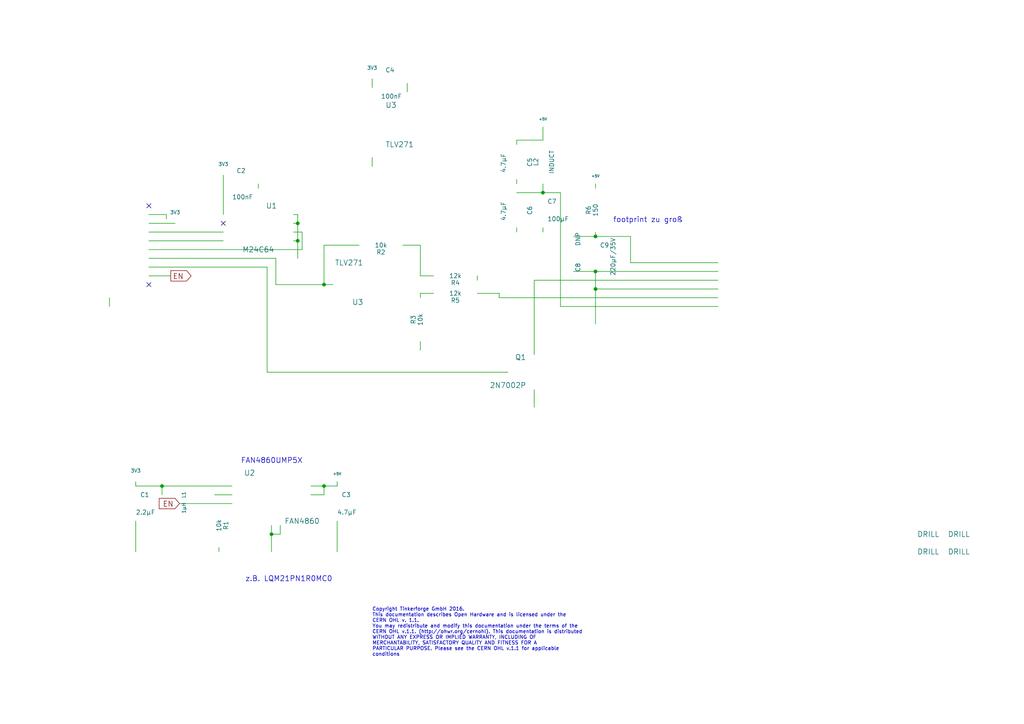
<source format=kicad_sch>
(kicad_sch (version 20230121) (generator eeschema)
  (paper "A4")
  (title_block (title "Dust Detector") (date "2016-03-04") (rev "1.1") (company "Tinkerforge GmbH") (comment 1 "Licensed under CERN OHL v.1.1") (comment 2 "Copyright (©) 2016, B.Nordmeyer <bastian@tinkerforge.com>"))
  (lib_symbols)
  (junction (at 93.98 140.97))
  (junction (at 78.74 154.94))
  (junction (at 172.72 83.82))
  (junction (at 46.99 140.97))
  (junction (at 172.72 78.74))
  (junction (at 86.36 69.85))
  (junction (at 93.98 82.55))
  (junction (at 157.48 55.88))
  (junction (at 172.72 68.58))
  (junction (at 86.36 64.77))
  (no_connect (at 64.77 64.77))
  (no_connect (at 43.18 59.69))
  (no_connect (at 43.18 82.55))
  (wire (pts (xy 90.17 140.97) (xy 93.98 140.97)))
  (wire (pts (xy 43.18 64.77) (xy 50.8 64.77)))
  (wire (pts (xy 172.72 54.61) (xy 172.72 53.34)))
  (wire (pts (xy 104.14 71.12) (xy 93.98 71.12)))
  (wire (pts (xy 62.23 143.51) (xy 67.31 143.51)))
  (wire (pts (xy 86.36 69.85) (xy 85.09 69.85)))
  (wire (pts (xy 87.63 72.39) (xy 43.18 72.39)))
  (wire (pts (xy 166.37 68.58) (xy 172.72 68.58)))
  (wire (pts (xy 144.78 86.36) (xy 144.78 85.09)))
  (wire (pts (xy 46.99 140.97) (xy 67.31 140.97)))
  (wire (pts (xy 149.86 66.04) (xy 149.86 67.31)))
  (wire (pts (xy 86.36 64.77) (xy 86.36 69.85)))
  (wire (pts (xy 77.47 107.95) (xy 77.47 77.47)))
  (wire (pts (xy 125.73 80.01) (xy 121.92 80.01)))
  (wire (pts (xy 39.37 140.97) (xy 46.99 140.97)))
  (wire (pts (xy 154.94 81.28) (xy 154.94 102.87)))
  (wire (pts (xy 121.92 85.09) (xy 121.92 86.36)))
  (wire (pts (xy 172.72 78.74) (xy 172.72 83.82)))
  (wire (pts (xy 166.37 78.74) (xy 172.72 78.74)))
  (wire (pts (xy 121.92 71.12) (xy 116.84 71.12)))
  (wire (pts (xy 64.77 50.8) (xy 64.77 62.23)))
  (wire (pts (xy 39.37 140.97) (xy 39.37 139.7)))
  (wire (pts (xy 144.78 85.09) (xy 138.43 85.09)))
  (wire (pts (xy 81.28 152.4) (xy 81.28 154.94)))
  (wire (pts (xy 125.73 85.09) (xy 121.92 85.09)))
  (wire (pts (xy 157.48 36.83) (xy 157.48 40.64)))
  (wire (pts (xy 86.36 69.85) (xy 86.36 74.93)))
  (wire (pts (xy 85.09 67.31) (xy 87.63 67.31)))
  (wire (pts (xy 97.79 140.97) (xy 97.79 139.7)))
  (wire (pts (xy 52.07 146.05) (xy 67.31 146.05)))
  (wire (pts (xy 78.74 152.4) (xy 78.74 154.94)))
  (wire (pts (xy 157.48 55.88) (xy 149.86 55.88)))
  (wire (pts (xy 162.56 88.9) (xy 162.56 55.88)))
  (wire (pts (xy 157.48 67.31) (xy 157.48 66.04)))
  (wire (pts (xy 48.26 62.23) (xy 48.26 63.5)))
  (wire (pts (xy 46.99 140.97) (xy 46.99 143.51)))
  (wire (pts (xy 118.11 26.67) (xy 118.11 24.13)))
  (wire (pts (xy 121.92 80.01) (xy 121.92 71.12)))
  (wire (pts (xy 93.98 71.12) (xy 93.98 82.55)))
  (wire (pts (xy 172.72 83.82) (xy 172.72 93.98)))
  (wire (pts (xy 154.94 81.28) (xy 208.28 81.28)))
  (wire (pts (xy 93.98 82.55) (xy 96.52 82.55)))
  (wire (pts (xy 93.98 140.97) (xy 97.79 140.97)))
  (wire (pts (xy 172.72 68.58) (xy 182.88 68.58)))
  (wire (pts (xy 43.18 62.23) (xy 48.26 62.23)))
  (wire (pts (xy 154.94 118.11) (xy 154.94 113.03)))
  (wire (pts (xy 157.48 40.64) (xy 149.86 40.64)))
  (wire (pts (xy 63.5 160.02) (xy 63.5 158.75)))
  (wire (pts (xy 80.01 82.55) (xy 93.98 82.55)))
  (wire (pts (xy 162.56 88.9) (xy 208.28 88.9)))
  (wire (pts (xy 39.37 151.13) (xy 39.37 160.02)))
  (wire (pts (xy 85.09 62.23) (xy 86.36 62.23)))
  (wire (pts (xy 74.93 53.34) (xy 74.93 54.61)))
  (wire (pts (xy 157.48 55.88) (xy 157.48 53.34)))
  (wire (pts (xy 107.95 45.72) (xy 107.95 48.26)))
  (wire (pts (xy 43.18 80.01) (xy 49.53 80.01)))
  (wire (pts (xy 90.17 143.51) (xy 93.98 143.51)))
  (wire (pts (xy 182.88 68.58) (xy 182.88 76.2)))
  (wire (pts (xy 87.63 67.31) (xy 87.63 72.39)))
  (wire (pts (xy 80.01 74.93) (xy 80.01 82.55)))
  (wire (pts (xy 81.28 154.94) (xy 78.74 154.94)))
  (wire (pts (xy 107.95 22.86) (xy 107.95 25.4)))
  (wire (pts (xy 172.72 68.58) (xy 172.72 67.31)))
  (wire (pts (xy 121.92 101.6) (xy 121.92 99.06)))
  (wire (pts (xy 149.86 53.34) (xy 149.86 52.07)))
  (wire (pts (xy 78.74 154.94) (xy 78.74 160.02)))
  (wire (pts (xy 43.18 67.31) (xy 64.77 67.31)))
  (wire (pts (xy 97.79 151.13) (xy 97.79 160.02)))
  (wire (pts (xy 172.72 83.82) (xy 208.28 83.82)))
  (wire (pts (xy 86.36 62.23) (xy 86.36 64.77)))
  (wire (pts (xy 147.32 107.95) (xy 77.47 107.95)))
  (wire (pts (xy 85.09 64.77) (xy 86.36 64.77)))
  (wire (pts (xy 31.75 88.9) (xy 31.75 86.36)))
  (wire (pts (xy 138.43 81.28) (xy 138.43 80.01)))
  (wire (pts (xy 64.77 69.85) (xy 43.18 69.85)))
  (wire (pts (xy 182.88 76.2) (xy 208.28 76.2)))
  (wire (pts (xy 93.98 143.51) (xy 93.98 140.97)))
  (wire (pts (xy 162.56 55.88) (xy 157.48 55.88)))
  (wire (pts (xy 144.78 86.36) (xy 208.28 86.36)))
  (wire (pts (xy 80.01 74.93) (xy 43.18 74.93)))
  (wire (pts (xy 172.72 78.74) (xy 208.28 78.74)))
  (wire (pts (xy 149.86 40.64) (xy 149.86 41.91)))
  (wire (pts (xy 77.47 77.47) (xy 43.18 77.47)))
  (text "footprint zu groß" (at 177.8 64.77 0) (effects (font (size 1.524 1.524)) (justify left bottom)))
  (text "Copyright Tinkerforge GmbH 2016.\nThis documentation describes Open Hardware and is licensed under the\nCERN OHL v. 1.1.\nYou may redistribute and modify this documentation under the terms of the\nCERN OHL v.1.1. (http://ohwr.org/cernohl). This documentation is distributed\nWITHOUT ANY EXPRESS OR IMPLIED WARRANTY, INCLUDING OF\nMERCHANTABILITY, SATISFACTORY QUALITY AND FITNESS FOR A\nPARTICULAR PURPOSE. Please see the CERN OHL v.1.1 for applicable\nconditions\n" (at 107.95 190.5 0) (effects (font (size 1.016 1.016)) (justify left bottom)))
  (text "z.B. LQM21PN1R0MC0" (at 71.12 168.91 0) (effects (font (size 1.524 1.524)) (justify left bottom)))
  (text "FAN4860UMP5X" (at 69.85 134.62 0) (effects (font (size 1.524 1.524)) (justify left bottom)))
  (global_label "EN" (shape output) (at 49.53 80.01 0) (effects (font (size 1.524 1.524))) (property "Intersheetrefs" "${INTERSHEET_REFS}" (effects hide)))
  (global_label "EN" (shape input) (at 52.07 146.05 180) (effects (font (size 1.524 1.524))) (property "Intersheetrefs" "${INTERSHEET_REFS}" (effects hide)))
  (symbol (lib_id "DRILL") (at 278.13 154.94 0) (unit 1)
    (property "Reference" "U6" (effects hide))
    (property "Value" "DRILL" (at 278.13 154.94 0) (effects (font (size 1.524 1.524))))
    (property "Footprint" "kicad-libraries:DRILL_NP" (effects hide))
  )
  (symbol (lib_id "DRILL") (at 278.13 160.02 0) (unit 1)
    (property "Reference" "U7" (effects hide))
    (property "Value" "DRILL" (at 278.13 160.02 0) (effects (font (size 1.524 1.524))))
    (property "Footprint" "kicad-libraries:DRILL_NP" (effects hide))
  )
  (symbol (lib_id "DRILL") (at 269.24 154.94 0) (unit 1)
    (property "Reference" "U4" (effects hide))
    (property "Value" "DRILL" (at 269.24 154.94 0) (effects (font (size 1.524 1.524))))
    (property "Footprint" "kicad-libraries:DRILL_NP" (effects hide))
  )
  (symbol (lib_id "DRILL") (at 269.24 160.02 0) (unit 1)
    (property "Reference" "U5" (effects hide))
    (property "Value" "DRILL" (at 269.24 160.02 0) (effects (font (size 1.524 1.524))))
    (property "Footprint" "kicad-libraries:DRILL_NP" (effects hide))
  )
  (symbol (lib_id "CON-SENSOR") (at 31.75 71.12 0) (mirror y) (unit 1)
    (property "Reference" "P1" (at 38.1 57.15 0) (effects (font (size 1.524 1.524))))
    (property "Value" "CON-SENSOR" (at 26.67 71.12 90) (effects (font (size 1.524 1.524))))
    (property "Footprint" "kicad-libraries:CON-SENSOR" (effects hide))
  )
  (symbol (lib_id "FAN4860") (at 78.74 143.51 0) (unit 1)
    (property "Reference" "U2" (at 72.39 137.16 0) (effects (font (size 1.524 1.524))))
    (property "Value" "FAN4860" (at 87.63 151.13 0) (effects (font (size 1.524 1.524))))
    (property "Footprint" "kicad-libraries:UMLP_22" (effects hide))
  )
  (symbol (lib_id "INDUCTOR") (at 54.61 143.51 0) (unit 1)
    (property "Reference" "L1" (at 53.34 143.51 90) (effects (font (size 1.016 1.016))))
    (property "Value" "1µH" (at 53.34 147.32 90) (effects (font (size 1.016 1.016))))
    (property "Footprint" "kicad-libraries:C0805E" (effects hide))
  )
  (symbol (lib_id "GND") (at 78.74 160.02 0) (unit 1)
    (property "Reference" "#PWR01" (effects hide))
    (property "Value" "GND" (effects hide))
  )
  (symbol (lib_id "C") (at 39.37 146.05 0) (unit 1)
    (property "Reference" "C1" (at 40.64 143.51 0) (effects (justify left)))
    (property "Value" "2.2µF" (at 39.37 148.59 0) (effects (justify left)))
    (property "Footprint" "kicad-libraries:C0603E" (effects hide))
  )
  (symbol (lib_id "GND") (at 39.37 160.02 0) (unit 1)
    (property "Reference" "#PWR02" (effects hide))
    (property "Value" "GND" (effects hide))
  )
  (symbol (lib_id "C") (at 97.79 146.05 0) (unit 1)
    (property "Reference" "C3" (at 99.06 143.51 0) (effects (justify left)))
    (property "Value" "4.7µF" (at 97.79 148.59 0) (effects (justify left)))
    (property "Footprint" "kicad-libraries:C0805E" (effects hide))
  )
  (symbol (lib_id "GND") (at 97.79 160.02 0) (unit 1)
    (property "Reference" "#PWR03" (effects hide))
    (property "Value" "GND" (effects hide))
  )
  (symbol (lib_id "+5V") (at 97.79 139.7 0) (unit 1)
    (property "Reference" "#PWR04" (effects hide))
    (property "Value" "+5V" (at 97.79 137.414 0) (effects (font (size 0.762 0.762))))
  )
  (symbol (lib_id "3V3") (at 39.37 139.7 0) (unit 1)
    (property "Reference" "#PWR05" (effects hide))
    (property "Value" "3V3" (at 39.37 136.525 0) (effects (font (size 1.016 1.016))))
  )
  (symbol (lib_id "GND") (at 48.26 63.5 0) (unit 1)
    (property "Reference" "#PWR06" (effects hide))
    (property "Value" "GND" (effects hide))
  )
  (symbol (lib_id "3V3") (at 50.8 64.77 0) (unit 1)
    (property "Reference" "#PWR07" (effects hide))
    (property "Value" "3V3" (at 50.8 61.595 0) (effects (font (size 1.016 1.016))))
  )
  (symbol (lib_id "R") (at 63.5 152.4 0) (unit 1)
    (property "Reference" "R1" (at 65.532 152.4 90))
    (property "Value" "10k" (at 63.5 152.4 90))
    (property "Footprint" "kicad-libraries:R0603E" (effects hide))
  )
  (symbol (lib_id "GND") (at 63.5 160.02 0) (unit 1)
    (property "Reference" "#PWR08" (effects hide))
    (property "Value" "GND" (effects hide))
  )
  (symbol (lib_id "CAT24C") (at 74.93 72.39 0) (mirror y) (unit 1)
    (property "Reference" "U1" (at 78.74 59.69 0) (effects (font (size 1.524 1.524))))
    (property "Value" "M24C64" (at 74.93 72.39 0) (effects (font (size 1.524 1.524))))
    (property "Footprint" "kicad-libraries:SOIC8" (effects hide))
  )
  (symbol (lib_id "C") (at 69.85 53.34 270) (unit 1)
    (property "Reference" "C2" (at 68.58 49.53 90) (effects (justify left)))
    (property "Value" "100nF" (at 67.31 57.15 90) (effects (justify left)))
    (property "Footprint" "kicad-libraries:C0603E" (effects hide))
  )
  (symbol (lib_id "GND") (at 74.93 54.61 0) (unit 1)
    (property "Reference" "#PWR09" (effects hide))
    (property "Value" "GND" (effects hide))
  )
  (symbol (lib_id "3V3") (at 64.77 50.8 0) (unit 1)
    (property "Reference" "#PWR010" (effects hide))
    (property "Value" "3V3" (at 64.77 47.625 0) (effects (font (size 1.016 1.016))))
  )
  (symbol (lib_id "GND") (at 86.36 74.93 0) (unit 1)
    (property "Reference" "#PWR011" (effects hide))
    (property "Value" "GND" (effects hide))
  )
  (symbol (lib_id "MOSFET_N_CH") (at 152.4 107.95 0) (unit 1)
    (property "Reference" "Q1" (at 152.654 103.632 0) (effects (font (size 1.524 1.524)) (justify right)))
    (property "Value" "2N7002P" (at 152.654 111.76 0) (effects (font (size 1.524 1.524)) (justify right)))
    (property "Footprint" "kicad-libraries:SOT23GDS" (effects hide))
  )
  (symbol (lib_id "GND") (at 31.75 88.9 0) (unit 1)
    (property "Reference" "#PWR012" (effects hide))
    (property "Value" "GND" (effects hide))
  )
  (symbol (lib_id "TLV271") (at 109.22 82.55 180) (unit 1)
    (property "Reference" "U3" (at 105.41 87.63 0) (effects (font (size 1.524 1.524)) (justify left)))
    (property "Value" "TLV271" (at 105.41 76.2 0) (effects (font (size 1.524 1.524)) (justify left)))
    (property "Footprint" "kicad-libraries:SOT23-5" (effects hide))
  )
  (symbol (lib_id "TLV271") (at 107.95 35.56 0) (unit 2)
    (property "Reference" "U3" (at 111.76 30.48 0) (effects (font (size 1.524 1.524)) (justify left)))
    (property "Value" "TLV271" (at 111.76 41.91 0) (effects (font (size 1.524 1.524)) (justify left)))
    (property "Footprint" "kicad-libraries:SOT23-5" (effects hide))
  )
  (symbol (lib_id "GND") (at 107.95 48.26 0) (unit 1)
    (property "Reference" "#PWR013" (effects hide))
    (property "Value" "GND" (effects hide))
  )
  (symbol (lib_id "3V3") (at 107.95 22.86 0) (unit 1)
    (property "Reference" "#PWR014" (effects hide))
    (property "Value" "3V3" (at 107.95 19.685 0) (effects (font (size 1.016 1.016))))
  )
  (symbol (lib_id "C") (at 113.03 24.13 270) (unit 1)
    (property "Reference" "C4" (at 111.76 20.32 90) (effects (justify left)))
    (property "Value" "100nF" (at 110.49 27.94 90) (effects (justify left)))
    (property "Footprint" "kicad-libraries:C0603E" (effects hide))
  )
  (symbol (lib_id "GND") (at 118.11 26.67 0) (unit 1)
    (property "Reference" "#PWR015" (effects hide))
    (property "Value" "GND" (effects hide))
  )
  (symbol (lib_id "R") (at 132.08 80.01 270) (unit 1)
    (property "Reference" "R4" (at 132.08 82.042 90))
    (property "Value" "12k" (at 132.08 80.01 90))
    (property "Footprint" "kicad-libraries:R0603E" (effects hide))
  )
  (symbol (lib_id "R") (at 132.08 85.09 270) (unit 1)
    (property "Reference" "R5" (at 132.08 87.122 90))
    (property "Value" "12k" (at 132.08 85.09 90))
    (property "Footprint" "kicad-libraries:R0603E" (effects hide))
  )
  (symbol (lib_id "R") (at 110.49 71.12 270) (unit 1)
    (property "Reference" "R2" (at 110.49 73.152 90))
    (property "Value" "10k" (at 110.49 71.12 90))
    (property "Footprint" "kicad-libraries:R0603E" (effects hide))
  )
  (symbol (lib_id "R") (at 121.92 92.71 180) (unit 1)
    (property "Reference" "R3" (at 119.888 92.71 90))
    (property "Value" "10k" (at 121.92 92.71 90))
    (property "Footprint" "kicad-libraries:R0603E" (effects hide))
  )
  (symbol (lib_id "GND") (at 121.92 101.6 0) (unit 1)
    (property "Reference" "#PWR016" (effects hide))
    (property "Value" "GND" (effects hide))
  )
  (symbol (lib_id "+5V") (at 172.72 53.34 0) (unit 1)
    (property "Reference" "#PWR017" (effects hide))
    (property "Value" "+5V" (at 172.72 51.054 0) (effects (font (size 0.762 0.762))))
  )
  (symbol (lib_id "CP1") (at 157.48 60.96 0) (unit 1)
    (property "Reference" "C7" (at 158.75 58.42 0) (effects (justify left)))
    (property "Value" "100µF" (at 158.75 63.5 0) (effects (justify left)))
    (property "Footprint" "kicad-libraries:3528-21" (effects hide))
  )
  (symbol (lib_id "GND") (at 157.48 67.31 0) (unit 1)
    (property "Reference" "#PWR018" (effects hide))
    (property "Value" "GND" (effects hide))
  )
  (symbol (lib_id "CONN_6") (at 217.17 82.55 0) (unit 1)
    (property "Reference" "P2" (at 215.9 82.55 90) (effects (font (size 1.524 1.524))))
    (property "Value" "CONN_6" (at 218.44 82.55 90) (effects (font (size 1.524 1.524))))
    (property "Footprint" "kicad-libraries:B6B-ZR" (effects hide))
  )
  (symbol (lib_id "GND") (at 138.43 81.28 0) (unit 1)
    (property "Reference" "#PWR019" (effects hide))
    (property "Value" "GND" (effects hide))
  )
  (symbol (lib_id "R") (at 172.72 60.96 180) (unit 1)
    (property "Reference" "R6" (at 170.688 60.96 90))
    (property "Value" "150" (at 172.72 60.96 90))
    (property "Footprint" "kicad-libraries:R0805E" (effects hide))
  )
  (symbol (lib_id "CP1") (at 172.72 73.66 0) (unit 1)
    (property "Reference" "C9" (at 173.99 71.12 0) (effects (justify left)))
    (property "Value" "220µF/35V" (at 177.8 80.01 90) (effects (justify left)))
    (property "Footprint" "kicad-libraries:ELKO_63" (effects hide))
  )
  (symbol (lib_id "GND") (at 154.94 118.11 0) (unit 1)
    (property "Reference" "#PWR020" (effects hide))
    (property "Value" "GND" (effects hide))
  )
  (symbol (lib_id "+5V") (at 157.48 36.83 0) (unit 1)
    (property "Reference" "#PWR021" (effects hide))
    (property "Value" "+5V" (at 157.48 34.544 0) (effects (font (size 0.762 0.762))))
  )
  (symbol (lib_id "GND") (at 172.72 93.98 0) (unit 1)
    (property "Reference" "#PWR022" (effects hide))
    (property "Value" "GND" (effects hide))
  )
  (symbol (lib_id "C") (at 149.86 60.96 180) (unit 1)
    (property "Reference" "C6" (at 153.67 59.69 90) (effects (justify left)))
    (property "Value" "4.7µF" (at 146.05 58.42 90) (effects (justify left)))
    (property "Footprint" "kicad-libraries:C0805E" (effects hide))
  )
  (symbol (lib_id "GND") (at 149.86 67.31 0) (unit 1)
    (property "Reference" "#PWR023" (effects hide))
    (property "Value" "GND" (effects hide))
  )
  (symbol (lib_id "INDUCT") (at 157.48 46.99 180) (unit 1)
    (property "Reference" "L2" (at 155.448 46.99 90))
    (property "Value" "INDUCT" (at 160.02 46.99 90))
    (property "Footprint" "kicad-libraries:C0603E" (effects hide))
  )
  (symbol (lib_id "C") (at 149.86 46.99 180) (unit 1)
    (property "Reference" "C5" (at 153.67 45.72 90) (effects (justify left)))
    (property "Value" "4.7µF" (at 146.05 44.45 90) (effects (justify left)))
    (property "Footprint" "kicad-libraries:C0805E" (effects hide))
  )
  (symbol (lib_id "GND") (at 149.86 53.34 0) (unit 1)
    (property "Reference" "#PWR024" (effects hide))
    (property "Value" "GND" (effects hide))
  )
  (symbol (lib_id "C") (at 166.37 73.66 180) (unit 1)
    (property "Reference" "C8" (at 167.64 76.2 90) (effects (justify left)))
    (property "Value" "DNP" (at 167.64 67.31 90) (effects (justify left)))
    (property "Footprint" "kicad-libraries:C0805E" (effects hide))
  )
)
</source>
